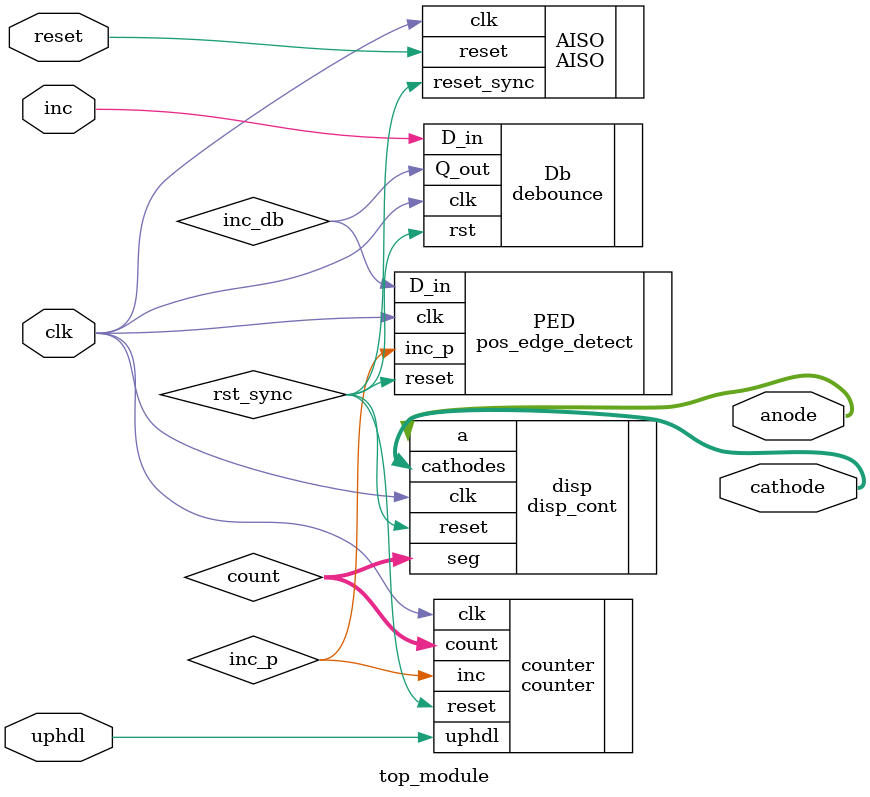
<source format=v>
`timescale 1ns / 1ps
module top_module(reset, clk, inc, uphdl, anode, cathode);

    input reset, clk, inc, uphdl;
    output [6:0] cathode;    // Cathodes for Seven-Segment Display
    output [7:0] anode;      // Anodes for Seven-Segment Display
    
    wire  rst_sync, inc_db, inc_p;
    
    wire [15:0] count;
    
    AISO           AISO(.reset      (     reset),
                        .clk        (       clk),
                        .reset_sync (  rst_sync)
                       );
	        //  (clk, reset, D_in, Q_out)
    debounce Db( .clk(clk), .rst(rst_sync), .D_in(inc), .Q_out(inc_db));
                       
	pos_edge_detect PED(.D_in       (    inc_db),    // Input
	                    .clk        (       clk),    // Input
	                    .reset      (  rst_sync),    // Input
	                    .inc_p      (     inc_p)     // Output
	                    );
	                    
	counter     counter(.clk        (       clk),    // Input
                        .reset      (  rst_sync),    // Input
                        .uphdl      (     uphdl),    // Input
                        .inc        (     inc_p),    // Input
                        .count      (     count)     // Output
                        );
    disp_cont   disp(  .clk         (       clk),    //  Input
                       .reset       (  rst_sync),    //  Input
                       .seg         (     count),    //  Input
                       .a           (     anode),    // Output
                       .cathodes    (   cathode)     // Output
                    );
	
	
	
endmodule

</source>
